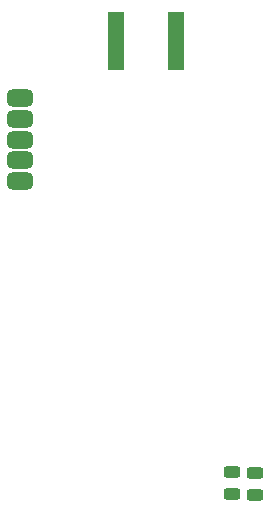
<source format=gbr>
%TF.GenerationSoftware,KiCad,Pcbnew,8.0.0*%
%TF.CreationDate,2024-04-01T12:03:42-07:00*%
%TF.ProjectId,lyrav3r1,6c797261-7633-4723-912e-6b696361645f,rev?*%
%TF.SameCoordinates,Original*%
%TF.FileFunction,Paste,Top*%
%TF.FilePolarity,Positive*%
%FSLAX46Y46*%
G04 Gerber Fmt 4.6, Leading zero omitted, Abs format (unit mm)*
G04 Created by KiCad (PCBNEW 8.0.0) date 2024-04-01 12:03:42*
%MOMM*%
%LPD*%
G01*
G04 APERTURE LIST*
G04 Aperture macros list*
%AMRoundRect*
0 Rectangle with rounded corners*
0 $1 Rounding radius*
0 $2 $3 $4 $5 $6 $7 $8 $9 X,Y pos of 4 corners*
0 Add a 4 corners polygon primitive as box body*
4,1,4,$2,$3,$4,$5,$6,$7,$8,$9,$2,$3,0*
0 Add four circle primitives for the rounded corners*
1,1,$1+$1,$2,$3*
1,1,$1+$1,$4,$5*
1,1,$1+$1,$6,$7*
1,1,$1+$1,$8,$9*
0 Add four rect primitives between the rounded corners*
20,1,$1+$1,$2,$3,$4,$5,0*
20,1,$1+$1,$4,$5,$6,$7,0*
20,1,$1+$1,$6,$7,$8,$9,0*
20,1,$1+$1,$8,$9,$2,$3,0*%
G04 Aperture macros list end*
%ADD10RoundRect,0.492126X-0.632874X-0.257874X0.632874X-0.257874X0.632874X0.257874X-0.632874X0.257874X0*%
%ADD11RoundRect,0.243750X-0.456250X0.243750X-0.456250X-0.243750X0.456250X-0.243750X0.456250X0.243750X0*%
%ADD12RoundRect,0.243750X0.456250X-0.243750X0.456250X0.243750X-0.456250X0.243750X-0.456250X-0.243750X0*%
%ADD13R,1.400000X5.000000*%
G04 APERTURE END LIST*
D10*
%TO.C,J5*%
X1820000Y40516200D03*
X1820000Y42266200D03*
X1820000Y44016200D03*
X1820000Y45766200D03*
X1820000Y47516200D03*
%TD*%
D11*
%TO.C,D2*%
X21733600Y15814300D03*
X21733600Y13939300D03*
%TD*%
D12*
%TO.C,D3*%
X19752400Y13987500D03*
X19752400Y15862500D03*
%TD*%
D13*
%TO.C,AE3*%
X15050000Y52365000D03*
X9950000Y52365000D03*
%TD*%
M02*

</source>
